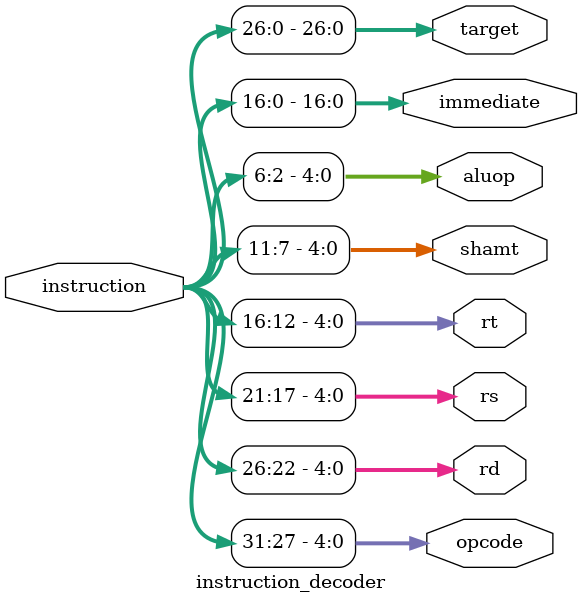
<source format=v>
module instruction_decoder(instruction, opcode, rd, rs, rt, shamt, aluop, immediate, target);
    // don't really use but left in case I want to use the code
    input[31:0] instruction;
    output[4:0] opcode, rd, rs, rt, shamt, aluop;
    output[16:0] immediate;
    output[26:0] target; 

    assign opcode = instruction[31:27];
    assign rd = instruction[26:22];
    assign rs = instruction[21:17];
    assign rt = instruction[16:12];
    assign shamt = instruction[11:7];
    assign aluop = instruction[6:2];
    assign immediate = instruction[16:0];
    assign target = instruction[26:0];
endmodule
</source>
